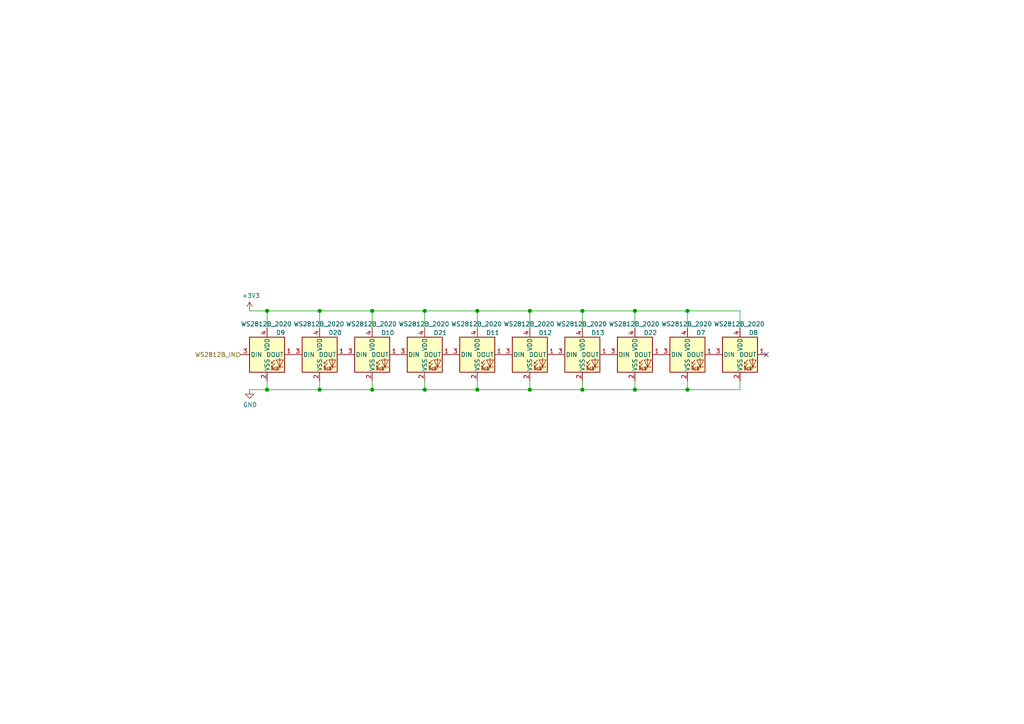
<source format=kicad_sch>
(kicad_sch (version 20210126) (generator eeschema)
  (paper "A4")
  (lib_symbols
    (symbol "power:+3V3" (power) (pin_names (offset 0))
      (property "Value" "+3V3" (at 0 3.556 0))
      (symbol "+3V3_0_1"
        (polyline (pts (xy -0.762 1.27) (xy 0 2.54)))
        (polyline (pts (xy 0 0) (xy 0 2.54)))
        (polyline (pts (xy 0 2.54) (xy 0.762 1.27)))
      )
      (symbol "+3V3_1_1"
        (pin power_in line (at 0 0 90) (length 0) hide (name "+3V3") (number "1"))
      )
    )
    (symbol "power:GND" (power) (pin_names (offset 0))
      (property "Value" "GND" (at 0 -3.81 0))
      (symbol "GND_0_1"
        (polyline (pts (xy 0 0) (xy 0 -1.27) (xy 1.27 -1.27) (xy 0 -2.54) (xy -1.27 -1.27) (xy 0 -1.27)))
      )
      (symbol "GND_1_1"
        (pin power_in line (at 0 0 270) (length 0) hide (name "GND") (number "1"))
      )
    )
    (symbol "synermycha-electronics:WS2812B_2020" (pin_names (offset 0.254))
      (property "Reference" "D" (at 5.08 5.715 0))
      (property "Value" "WS2812B_2020" (at 1.27 -5.715 0))
      (symbol "WS2812B_2020_0_0"
        (text "RGB" (at 2.286 -4.191 0) (effects (font (size 0.762 0.762))))
      )
      (symbol "WS2812B_2020_0_1"
        (rectangle (start 5.08 5.08) (end -5.08 -5.08) (stroke (width 0.254)) (fill (type background)))
        (polyline (pts (xy 1.27 -3.556) (xy 1.778 -3.556)))
        (polyline (pts (xy 1.27 -2.54) (xy 1.778 -2.54)))
        (polyline (pts (xy 4.699 -3.556) (xy 2.667 -3.556)))
        (polyline (pts (xy 2.286 -2.54) (xy 1.27 -3.556) (xy 1.27 -3.048)))
        (polyline (pts (xy 2.286 -1.524) (xy 1.27 -2.54) (xy 1.27 -2.032)))
        (polyline (pts (xy 3.683 -1.016) (xy 3.683 -3.556) (xy 3.683 -4.064)))
        (polyline (pts (xy 4.699 -1.524) (xy 2.667 -1.524) (xy 3.683 -3.556) (xy 4.699 -1.524)))
      )
      (symbol "WS2812B_2020_1_1"
        (pin output line (at 7.62 0 180) (length 2.54) (name "DOUT") (number "1"))
        (pin power_in line (at 0 -7.62 90) (length 2.54) (name "VSS") (number "2"))
        (pin input line (at -7.62 0 0) (length 2.54) (name "DIN") (number "3"))
        (pin power_in line (at 0 7.62 270) (length 2.54) (name "VDD") (number "4"))
      )
    )
  )
  (junction (at 77.47 90.17) (diameter 1.016))
  (junction (at 77.47 113.03) (diameter 1.016))
  (junction (at 92.71 90.17) (diameter 1.016))
  (junction (at 92.71 113.03) (diameter 1.016))
  (junction (at 107.95 90.17) (diameter 1.016))
  (junction (at 107.95 113.03) (diameter 1.016))
  (junction (at 123.19 90.17) (diameter 1.016))
  (junction (at 123.19 113.03) (diameter 1.016))
  (junction (at 138.43 90.17) (diameter 1.016))
  (junction (at 138.43 113.03) (diameter 1.016))
  (junction (at 153.67 90.17) (diameter 1.016))
  (junction (at 153.67 113.03) (diameter 1.016))
  (junction (at 168.91 90.17) (diameter 1.016))
  (junction (at 168.91 113.03) (diameter 1.016))
  (junction (at 184.15 90.17) (diameter 1.016))
  (junction (at 184.15 113.03) (diameter 1.016))
  (junction (at 199.39 90.17) (diameter 1.016))
  (junction (at 199.39 113.03) (diameter 1.016))
  (no_connect (at 222.25 102.87))
  (no_connect (at 298.45 87.63))
  (wire (pts (xy 72.39 90.17) (xy 77.47 90.17)))
  (wire (pts (xy 77.47 90.17) (xy 92.71 90.17)))
  (wire (pts (xy 77.47 95.25) (xy 77.47 90.17)))
  (wire (pts (xy 77.47 110.49) (xy 77.47 113.03)))
  (wire (pts (xy 77.47 113.03) (xy 72.39 113.03)))
  (wire (pts (xy 92.71 90.17) (xy 107.95 90.17)))
  (wire (pts (xy 92.71 95.25) (xy 92.71 90.17)))
  (wire (pts (xy 92.71 110.49) (xy 92.71 113.03)))
  (wire (pts (xy 92.71 113.03) (xy 77.47 113.03)))
  (wire (pts (xy 107.95 90.17) (xy 107.95 95.25)))
  (wire (pts (xy 107.95 90.17) (xy 123.19 90.17)))
  (wire (pts (xy 107.95 110.49) (xy 107.95 113.03)))
  (wire (pts (xy 107.95 113.03) (xy 92.71 113.03)))
  (wire (pts (xy 123.19 90.17) (xy 123.19 95.25)))
  (wire (pts (xy 123.19 90.17) (xy 138.43 90.17)))
  (wire (pts (xy 123.19 110.49) (xy 123.19 113.03)))
  (wire (pts (xy 123.19 113.03) (xy 107.95 113.03)))
  (wire (pts (xy 138.43 90.17) (xy 153.67 90.17)))
  (wire (pts (xy 138.43 95.25) (xy 138.43 90.17)))
  (wire (pts (xy 138.43 110.49) (xy 138.43 113.03)))
  (wire (pts (xy 138.43 113.03) (xy 123.19 113.03)))
  (wire (pts (xy 153.67 90.17) (xy 168.91 90.17)))
  (wire (pts (xy 153.67 95.25) (xy 153.67 90.17)))
  (wire (pts (xy 153.67 110.49) (xy 153.67 113.03)))
  (wire (pts (xy 153.67 113.03) (xy 138.43 113.03)))
  (wire (pts (xy 168.91 90.17) (xy 168.91 95.25)))
  (wire (pts (xy 168.91 90.17) (xy 184.15 90.17)))
  (wire (pts (xy 168.91 110.49) (xy 168.91 113.03)))
  (wire (pts (xy 168.91 113.03) (xy 153.67 113.03)))
  (wire (pts (xy 184.15 90.17) (xy 184.15 95.25)))
  (wire (pts (xy 184.15 90.17) (xy 199.39 90.17)))
  (wire (pts (xy 184.15 110.49) (xy 184.15 113.03)))
  (wire (pts (xy 184.15 113.03) (xy 168.91 113.03)))
  (wire (pts (xy 199.39 90.17) (xy 199.39 95.25)))
  (wire (pts (xy 199.39 90.17) (xy 214.63 90.17)))
  (wire (pts (xy 199.39 110.49) (xy 199.39 113.03)))
  (wire (pts (xy 199.39 113.03) (xy 184.15 113.03)))
  (wire (pts (xy 214.63 90.17) (xy 214.63 95.25)))
  (wire (pts (xy 214.63 110.49) (xy 214.63 113.03)))
  (wire (pts (xy 214.63 113.03) (xy 199.39 113.03)))
  (hierarchical_label "WS2812B_IN" (shape input) (at 69.85 102.87 180))
  (symbol (lib_id "power:+3V3") (at 72.39 90.17 0) (unit 1)
    (property "Reference" "#PWR0144" (effects hide))
    (property "Value" "+3V3" (at 72.771 85.7758 0))
  )
  (symbol (lib_id "power:GND") (at 72.39 113.03 0) (unit 1)
    (property "Reference" "#PWR0182" (effects hide))
    (property "Value" "GND" (at 72.517 117.4242 0))
  )
  (symbol (lib_id "synermycha-electronics:WS2812B_2020") (at 77.47 102.87 0) (unit 1)
    (property "Reference" "D9" (at 80.01 96.52 0) (effects (justify left)))
    (property "Value" "WS2812B_2020" (at 69.85 93.98 0) (effects (justify left)))
    (property "Footprint" "WS2812-2020:WS28122020" (effects hide))
    (property "Datasheet" "https://cdn-shop.adafruit.com/datasheets/WS2812B.pdf" (effects hide))
  )
  (symbol (lib_id "synermycha-electronics:WS2812B_2020") (at 92.71 102.87 0) (unit 1)
    (property "Reference" "D20" (at 95.25 96.52 0) (effects (justify left)))
    (property "Value" "WS2812B_2020" (at 85.09 93.98 0) (effects (justify left)))
    (property "Footprint" "WS2812-2020:WS28122020" (effects hide))
    (property "Datasheet" "https://cdn-shop.adafruit.com/datasheets/WS2812B.pdf" (effects hide))
  )
  (symbol (lib_id "synermycha-electronics:WS2812B_2020") (at 107.95 102.87 0) (unit 1)
    (property "Reference" "D10" (at 110.49 96.52 0) (effects (justify left)))
    (property "Value" "WS2812B_2020" (at 100.33 93.98 0) (effects (justify left)))
    (property "Footprint" "WS2812-2020:WS28122020" (effects hide))
    (property "Datasheet" "https://cdn-shop.adafruit.com/datasheets/WS2812B.pdf" (effects hide))
  )
  (symbol (lib_id "synermycha-electronics:WS2812B_2020") (at 123.19 102.87 0) (unit 1)
    (property "Reference" "D21" (at 125.73 96.52 0) (effects (justify left)))
    (property "Value" "WS2812B_2020" (at 115.57 93.98 0) (effects (justify left)))
    (property "Footprint" "WS2812-2020:WS28122020" (effects hide))
    (property "Datasheet" "https://cdn-shop.adafruit.com/datasheets/WS2812B.pdf" (effects hide))
  )
  (symbol (lib_id "synermycha-electronics:WS2812B_2020") (at 138.43 102.87 0) (unit 1)
    (property "Reference" "D11" (at 140.97 96.52 0) (effects (justify left)))
    (property "Value" "WS2812B_2020" (at 130.81 93.98 0) (effects (justify left)))
    (property "Footprint" "WS2812-2020:WS28122020" (effects hide))
    (property "Datasheet" "https://cdn-shop.adafruit.com/datasheets/WS2812B.pdf" (effects hide))
  )
  (symbol (lib_id "synermycha-electronics:WS2812B_2020") (at 153.67 102.87 0) (unit 1)
    (property "Reference" "D12" (at 156.21 96.52 0) (effects (justify left)))
    (property "Value" "WS2812B_2020" (at 146.05 93.98 0) (effects (justify left)))
    (property "Footprint" "WS2812-2020:WS28122020" (effects hide))
    (property "Datasheet" "https://cdn-shop.adafruit.com/datasheets/WS2812B.pdf" (effects hide))
  )
  (symbol (lib_id "synermycha-electronics:WS2812B_2020") (at 168.91 102.87 0) (unit 1)
    (property "Reference" "D13" (at 171.45 96.52 0) (effects (justify left)))
    (property "Value" "WS2812B_2020" (at 161.29 93.98 0) (effects (justify left)))
    (property "Footprint" "WS2812-2020:WS28122020" (effects hide))
    (property "Datasheet" "https://cdn-shop.adafruit.com/datasheets/WS2812B.pdf" (effects hide))
  )
  (symbol (lib_id "synermycha-electronics:WS2812B_2020") (at 184.15 102.87 0) (unit 1)
    (property "Reference" "D22" (at 186.69 96.52 0) (effects (justify left)))
    (property "Value" "WS2812B_2020" (at 176.53 93.98 0) (effects (justify left)))
    (property "Footprint" "WS2812-2020:WS28122020" (effects hide))
    (property "Datasheet" "https://cdn-shop.adafruit.com/datasheets/WS2812B.pdf" (effects hide))
  )
  (symbol (lib_id "synermycha-electronics:WS2812B_2020") (at 199.39 102.87 0) (unit 1)
    (property "Reference" "D7" (at 201.93 96.52 0) (effects (justify left)))
    (property "Value" "WS2812B_2020" (at 191.77 93.98 0) (effects (justify left)))
    (property "Footprint" "WS2812-2020:WS28122020" (effects hide))
    (property "Datasheet" "https://cdn-shop.adafruit.com/datasheets/WS2812B.pdf" (effects hide))
  )
  (symbol (lib_id "synermycha-electronics:WS2812B_2020") (at 214.63 102.87 0) (unit 1)
    (property "Reference" "D8" (at 217.17 96.52 0) (effects (justify left)))
    (property "Value" "WS2812B_2020" (at 207.01 93.98 0) (effects (justify left)))
    (property "Footprint" "WS2812-2020:WS28122020" (effects hide))
    (property "Datasheet" "https://cdn-shop.adafruit.com/datasheets/WS2812B.pdf" (effects hide))
  )
)
</source>
